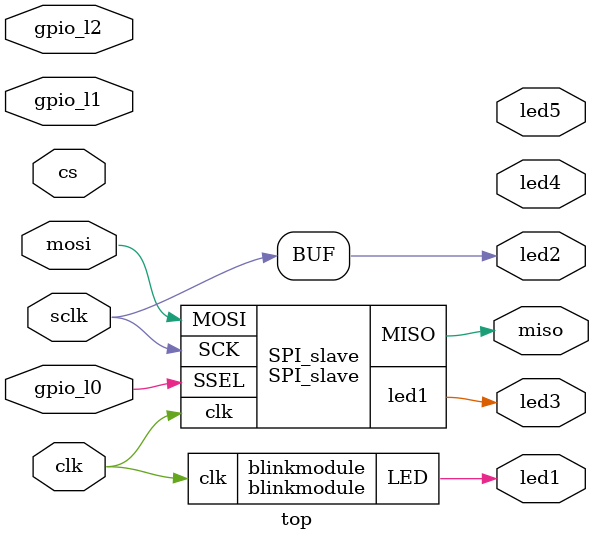
<source format=v>


module blinkmodule (
  input  clk,
  output LED
);
  reg [31:0] counter2 = 0;

  always@(posedge clk) begin
    counter2 <= counter2 + 1;
  end
  assign {LED} = counter2 >> 20;
  // assign {LED} = counter2 >> 10;
endmodule



// works!

module SPI_slave(
  input clk,

  input SCK,
  input SSEL,
  input MOSI,
  output MISO,

  output reg led1
);

  // clk domain crossing - this works by storing the last two sck states, and then compare them to
  // to determine if it's rising or falling.

  // sync SCK to the FPGA clock using a 3-bits shift register
  reg [2:0] SCKr;  always @(posedge clk) SCKr <= {SCKr[1:0], SCK};
  wire SCK_risingedge = (SCKr[2:1]==2'b01);  // now we can detect SCK rising edges
  wire SCK_fallingedge = (SCKr[2:1]==2'b10);  // and falling edges

  // same thing for SSEL
  reg [2:0] SSELr;  always @(posedge clk) SSELr <= {SSELr[1:0], SSEL};
  wire SSEL_active = ~SSELr[1];  // SSEL is active low
  wire SSEL_startmessage = (SSELr[2:1]==2'b10);  // message starts at falling edge
  wire SSEL_endmessage = (SSELr[2:1]==2'b01);  // message stops at rising edge

  // and for MOSI
  reg [1:0] MOSIr;  always @(posedge clk) MOSIr <= {MOSIr[0], MOSI};
  wire MOSI_data = MOSIr[1];


  /////////////////////////////////////
  // read in 8bit message
  // IT would be easy to make this longer
  // we handle SPI in 8-bits format, so we need a 3 bits counter to count the bits as they come in
  reg [2:0] bitcnt;
  reg byte_received;  // high when a byte has been received
  reg [7:0] byte_data_received;

  always @(posedge clk)
  begin
    if(~SSEL_active)
      bitcnt <= 3'b000;
    else
    if(SCK_risingedge)
    begin
      bitcnt <= bitcnt + 3'b001;

      // implement a shift-left register (since we receive the data MSB first)
      byte_data_received <= {byte_data_received[6:0], MOSI_data};
    end
  end

  always @(posedge clk)
    byte_received <= SSEL_active && SCK_risingedge && (bitcnt==3'b111) ;


  // added from https://www.fpga4fun.com/SPI2.html
  reg [7:0] byte_data_sent;

  reg [7:0] cnt;
  always @(posedge clk) if(SSEL_startmessage) cnt<=cnt+8'h1;  // count the messages

  always @(posedge clk)
  if(SSEL_active)
  begin
    if(SSEL_startmessage)
      byte_data_sent <= cnt;  // first byte sent in a message is the message count
    else
    if(SCK_fallingedge)
    begin
      if(bitcnt==3'b111)
        byte_data_sent <= 8'h05;  // after that, we send 0s
      else
        byte_data_sent <= {byte_data_sent[6:0], 1'b0};
    end
  end

  assign MISO = byte_data_sent[7];  // send MSB first
  // end https://www.fpga4fun.com/SPI2.html snippet



// toggle would be better

  always @(posedge clk)
    begin
      if(byte_received)
        case (byte_data_received)
          8'hcc:
            led1 <= 1;
          8'hdd:
            led1 <= 0;
      endcase
    end


endmodule



module top (
  input  clk,

  output led1,
  output led2,
  output led3,
  output led4,
  output led5,

  input gpio_l2,
  input gpio_l1,
  input gpio_l0,
  input cs,      // ignore

  input sclk,
  output miso,
  input mosi
);


  blinkmodule #()
  blinkmodule
    (
    .clk(clk),
    .LED(led1)
  );
 
  // ok, we may have slowed down the clock... 
  // there's no freaking clock...

  assign led2 = sclk;

  SPI_slave #()
  SPI_slave
    (
    .clk(clk),

    .SCK(sclk),
    .MOSI(mosi),
    .MISO(miso),
    .SSEL(gpio_l0),

    .led1(led3) //,
  );

endmodule



</source>
